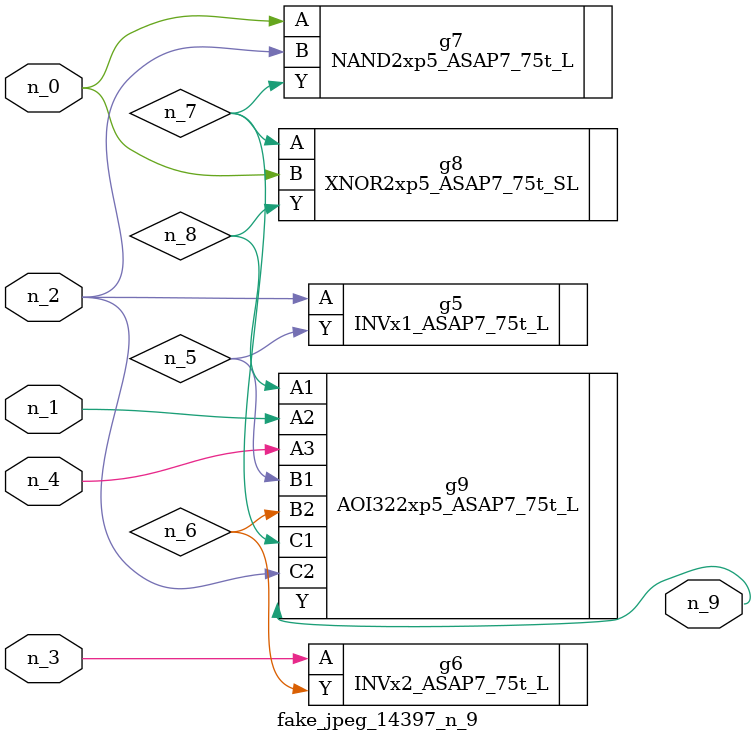
<source format=v>
module fake_jpeg_14397_n_9 (n_3, n_2, n_1, n_0, n_4, n_9);

input n_3;
input n_2;
input n_1;
input n_0;
input n_4;

output n_9;

wire n_8;
wire n_6;
wire n_5;
wire n_7;

INVx1_ASAP7_75t_L g5 ( 
.A(n_2),
.Y(n_5)
);

INVx2_ASAP7_75t_L g6 ( 
.A(n_3),
.Y(n_6)
);

NAND2xp5_ASAP7_75t_L g7 ( 
.A(n_0),
.B(n_2),
.Y(n_7)
);

XNOR2xp5_ASAP7_75t_SL g8 ( 
.A(n_7),
.B(n_0),
.Y(n_8)
);

AOI322xp5_ASAP7_75t_L g9 ( 
.A1(n_8),
.A2(n_1),
.A3(n_4),
.B1(n_5),
.B2(n_6),
.C1(n_7),
.C2(n_2),
.Y(n_9)
);


endmodule
</source>
